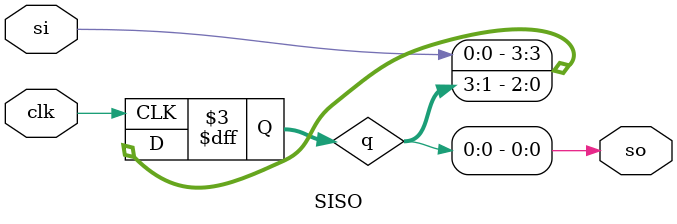
<source format=sv>
`timescale 1ns/1ps

module SISO(si,so,clk);
  
  input si,clk;
  output so;
  
  reg [3:0]q = 0; //initial q[3] q[2] q[1] q[0]=0 0 0 0
  
  always @(posedge clk)
    begin
      q[3] <= si;
      q[2] <= q[3];
      q[1] <= q[2];
      q[0] <= q[1];
    end
  
  assign so = q[0];
  
endmodule


</source>
